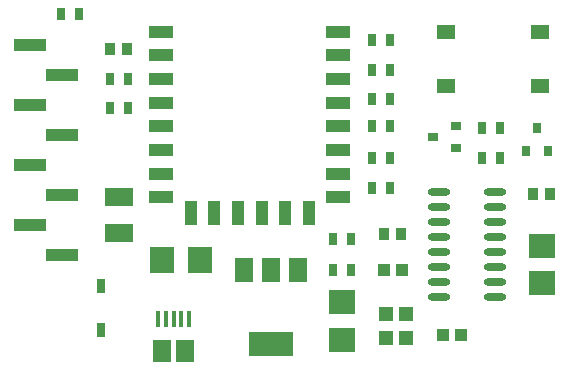
<source format=gtp>
G04 Layer_Color=7318015*
%FSLAX25Y25*%
%MOIN*%
G70*
G01*
G75*
%ADD10R,0.03150X0.03937*%
%ADD11R,0.06102X0.05118*%
%ADD12R,0.04134X0.03937*%
%ADD13R,0.07874X0.08661*%
%ADD14R,0.02756X0.04724*%
%ADD15R,0.01575X0.05315*%
%ADD16R,0.05906X0.07480*%
%ADD17R,0.09500X0.06300*%
%ADD18R,0.03740X0.04134*%
%ADD19R,0.05906X0.07874*%
%ADD20R,0.14961X0.07874*%
%ADD21R,0.08661X0.07874*%
%ADD22R,0.05118X0.05118*%
%ADD23O,0.07480X0.02362*%
%ADD24R,0.03150X0.03543*%
%ADD25R,0.03543X0.03150*%
%ADD26R,0.10827X0.03937*%
%ADD27R,0.07874X0.03937*%
%ADD28R,0.03937X0.07874*%
D10*
X132972Y185236D02*
D03*
X138878D02*
D03*
X122638Y216535D02*
D03*
X116732D02*
D03*
X138779Y194980D02*
D03*
X132874D02*
D03*
X220276Y179134D02*
D03*
X226181D02*
D03*
X220276Y207874D02*
D03*
X226181D02*
D03*
X220276Y198031D02*
D03*
X226181D02*
D03*
X220276Y188091D02*
D03*
X226181D02*
D03*
X220276Y168504D02*
D03*
X226181D02*
D03*
X220276Y158661D02*
D03*
X226181D02*
D03*
X256890Y178740D02*
D03*
X262795D02*
D03*
X262795Y168504D02*
D03*
X256890D02*
D03*
X207283Y141732D02*
D03*
X213189D02*
D03*
X207283Y131299D02*
D03*
X213189D02*
D03*
D11*
X244980Y210433D02*
D03*
X276279D02*
D03*
X244980Y192717D02*
D03*
X276279D02*
D03*
D12*
X243898Y109449D02*
D03*
X249803D02*
D03*
X230118Y131102D02*
D03*
X224213D02*
D03*
D13*
X162992Y134646D02*
D03*
X150394D02*
D03*
D14*
X129921Y111221D02*
D03*
Y125787D02*
D03*
D15*
X159252Y114906D02*
D03*
X156693D02*
D03*
X154134D02*
D03*
X151575D02*
D03*
X149016D02*
D03*
D16*
X150197Y104276D02*
D03*
X158071D02*
D03*
D17*
X135827Y155512D02*
D03*
Y143606D02*
D03*
D18*
X132972Y204921D02*
D03*
X138681D02*
D03*
X230020Y143307D02*
D03*
X224311D02*
D03*
X273917Y156693D02*
D03*
X279626D02*
D03*
D19*
X195669Y131299D02*
D03*
X186614D02*
D03*
X177559D02*
D03*
D20*
X186614Y106496D02*
D03*
D21*
X210236Y107874D02*
D03*
Y120472D02*
D03*
X276772Y139370D02*
D03*
Y126772D02*
D03*
D22*
X225000Y108465D02*
D03*
Y116732D02*
D03*
X231693Y108465D02*
D03*
Y116732D02*
D03*
D23*
X261205Y122205D02*
D03*
Y127205D02*
D03*
Y132205D02*
D03*
Y137205D02*
D03*
Y142205D02*
D03*
Y147205D02*
D03*
Y152205D02*
D03*
Y157205D02*
D03*
X242701Y122205D02*
D03*
Y127205D02*
D03*
Y132205D02*
D03*
Y137205D02*
D03*
Y142205D02*
D03*
Y147205D02*
D03*
Y152205D02*
D03*
Y157205D02*
D03*
D24*
X275197Y178740D02*
D03*
X278937Y170866D02*
D03*
X271457D02*
D03*
D25*
X240551Y175591D02*
D03*
X248425Y179331D02*
D03*
Y171850D02*
D03*
D26*
X117028Y136299D02*
D03*
X106201Y166299D02*
D03*
Y186299D02*
D03*
X117028Y156299D02*
D03*
X106201Y146299D02*
D03*
X117028Y176299D02*
D03*
Y196299D02*
D03*
X106201Y206299D02*
D03*
D27*
X150000Y210630D02*
D03*
Y202756D02*
D03*
Y194882D02*
D03*
Y187008D02*
D03*
Y179134D02*
D03*
Y171260D02*
D03*
Y163386D02*
D03*
Y155512D02*
D03*
X209055Y155512D02*
D03*
Y163386D02*
D03*
Y171260D02*
D03*
Y179134D02*
D03*
Y187008D02*
D03*
Y194882D02*
D03*
Y202756D02*
D03*
Y210630D02*
D03*
D28*
X159843Y150394D02*
D03*
X167717D02*
D03*
X175591D02*
D03*
X183465D02*
D03*
X191339D02*
D03*
X199213D02*
D03*
M02*

</source>
